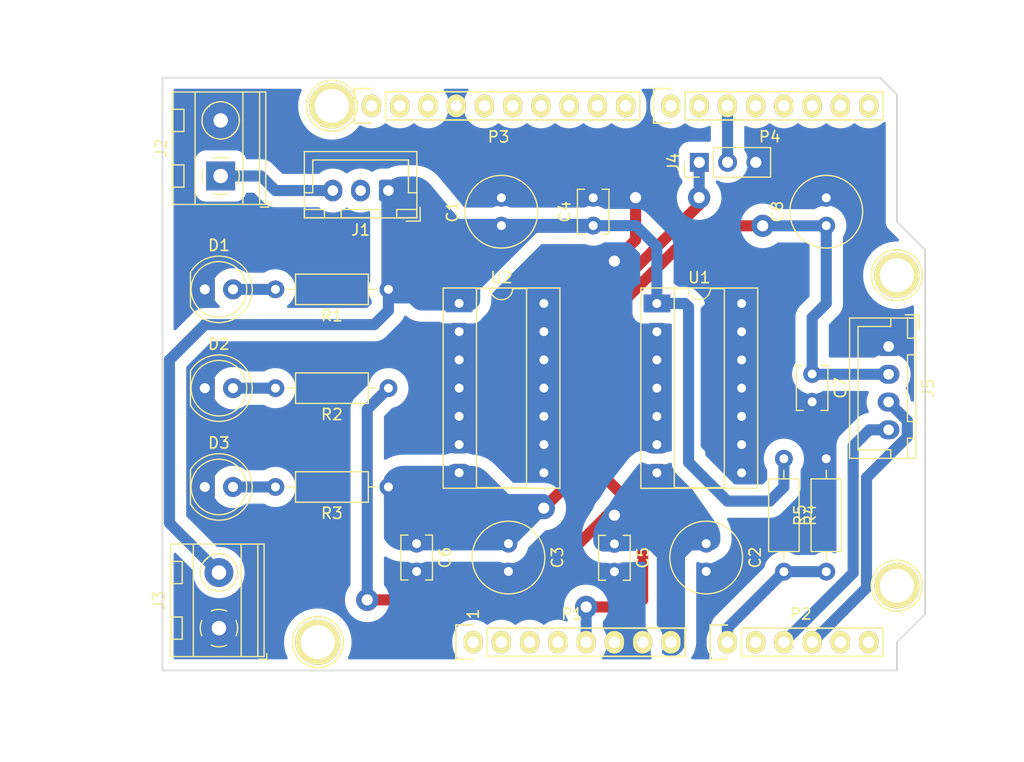
<source format=kicad_pcb>
(kicad_pcb (version 20211014) (generator pcbnew)
  (title_block (date "lun. 30 mars 2015"))
  (layers (0 "F.Cu" signal) (31 "B.Cu" signal) (34 "B.Paste" user) (35 "F.Paste" user) (36 "B.SilkS" user "B.Silkscreen") (37 "F.SilkS" user "F.Silkscreen") (38 "B.Mask" user) (39 "F.Mask" user) (44 "Edge.Cuts" user))
  (net 0 "")
  (net 1 "/IOREF")
  (net 2 "/Reset")
  (net 3 "+5V")
  (net 4 "GND")
  (net 5 "/Vin")
  (net 6 "/A0")
  (net 7 "/A1")
  (net 8 "/A2")
  (net 9 "/A3")
  (net 10 "/AREF")
  (net 11 "/A4(SDA)")
  (net 12 "/A5(SCL)")
  (net 13 "/9(**)")
  (net 14 "/8")
  (net 15 "/7")
  (net 16 "/6(**)")
  (net 17 "/5(**)")
  (net 18 "/4")
  (net 19 "/3(**)")
  (net 20 "/2")
  (net 21 "/1(Tx)")
  (net 22 "/0(Rx)")
  (net 24 "/11(**{slash}MOSI)")
  (net 25 "/10(**{slash}SS)")
  (net 27 "/13(SCK)")
  (net 30 "+3V3")
  (net 31 "/12(MISO)")
  (net 34 "Net-(J1-Pad3)")
  (net 35 "/Vmot")
  (net 36 "/Vservo")
  (net 37 "Net-(D1-Pad2)")
  (net 38 "Net-(D2-Pad2)")
  (net 39 "Net-(D3-Pad2)")
  (footprint "Socket_Arduino_Uno:Socket_Strip_Arduino_1x08" (layer "F.Cu") (at 138.938 123.825)
    (fp_text reference "P1" (at 8.89 -2.54) (layer "F.SilkS"))
    (fp_text value "Power")
    (fp_line (start 19.05 1.27) (end 19.05 -1.27) (layer "F.SilkS") (width 0.15))
    (fp_line (start 1.27 1.27) (end 19.05 1.27) (layer "F.SilkS") (width 0.15))
    (fp_line (start 19.05 -1.27) (end 1.27 -1.27) (layer "F.SilkS") (width 0.15))
    (fp_line (start 0 -1.55) (end -1.55 -1.55) (layer "F.SilkS") (width 0.15))
    (fp_line (start -1.55 -1.55) (end -1.55 1.55) (layer "F.SilkS") (width 0.15))
    (fp_line (start -1.55 1.55) (end 0 1.55) (layer "F.SilkS") (width 0.15))
    (fp_line (start 1.27 1.27) (end 1.27 -1.27) (layer "F.SilkS") (width 0.15))
    (pad "1" thru_hole oval locked (at 0 0) (size 1.7272 2.032) (drill 1.016) (layers *.Cu *.Mask "F.SilkS"))
    (pad "2" thru_hole oval locked (at 2.54 0) (size 1.7272 2.032) (drill 1.016) (layers *.Cu *.Mask "F.SilkS") (net 1 "/IOREF"))
    (pad "3" thru_hole oval locked (at 5.08 0) (size 1.7272 2.032) (drill 1.016) (layers *.Cu *.Mask "F.SilkS") (net 2 "/Reset"))
    (pad "4" thru_hole oval locked (at 7.62 0) (size 1.7272 2.032) (drill 1.016) (layers *.Cu *.Mask "F.SilkS") (net 30 "+3V3"))
    (pad "5" thru_hole oval locked (at 10.16 0) (size 1.7272 2.032) (drill 1.016) (layers *.Cu *.Mask "F.SilkS") (net 3 "+5V"))
    (pad "6" thru_hole oval locked (at 12.7 0) (size 1.7272 2.032) (drill 1.016) (layers *.Cu *.Mask "F.SilkS") (net 4 "GND"))
    (pad "7" thru_hole oval locked (at 15.24 0) (size 1.7272 2.032) (drill 1.016) (layers *.Cu *.Mask "F.SilkS") (net 4 "GND"))
    (pad "8" thru_hole oval locked (at 17.78 0) (size 1.7272 2.032) (drill 1.016) (layers *.Cu *.Mask "F.SilkS") (net 5 "/Vin"))
  )
  (footprint "Socket_Arduino_Uno:Socket_Strip_Arduino_1x06" (layer "F.Cu") (at 161.798 123.825)
    (fp_text reference "P2" (at 6.604 -2.54) (layer "F.SilkS"))
    (fp_text value "Analog")
    (fp_line (start 1.27 1.27) (end 1.27 -1.27) (layer "F.SilkS") (width 0.15))
    (fp_line (start 0 -1.55) (end -1.55 -1.55) (layer "F.SilkS") (width 0.15))
    (fp_line (start 13.97 -1.27) (end 1.27 -1.27) (layer "F.SilkS") (width 0.15))
    (fp_line (start 1.27 1.27) (end 13.97 1.27) (layer "F.SilkS") (width 0.15))
    (fp_line (start 13.97 1.27) (end 13.97 -1.27) (layer "F.SilkS") (width 0.15))
    (fp_line (start -1.55 -1.55) (end -1.55 1.55) (layer "F.SilkS") (width 0.15))
    (fp_line (start -1.55 1.55) (end 0 1.55) (layer "F.SilkS") (width 0.15))
    (pad "1" thru_hole oval locked (at 0 0) (size 1.7272 2.032) (drill 1.016) (layers *.Cu *.Mask "F.SilkS") (net 6 "/A0"))
    (pad "2" thru_hole oval locked (at 2.54 0) (size 1.7272 2.032) (drill 1.016) (layers *.Cu *.Mask "F.SilkS") (net 7 "/A1"))
    (pad "3" thru_hole oval locked (at 5.08 0) (size 1.7272 2.032) (drill 1.016) (layers *.Cu *.Mask "F.SilkS") (net 8 "/A2"))
    (pad "4" thru_hole oval locked (at 7.62 0) (size 1.7272 2.032) (drill 1.016) (layers *.Cu *.Mask "F.SilkS") (net 9 "/A3"))
    (pad "5" thru_hole oval locked (at 10.16 0) (size 1.7272 2.032) (drill 1.016) (layers *.Cu *.Mask "F.SilkS") (net 11 "/A4(SDA)"))
    (pad "6" thru_hole oval locked (at 12.7 0) (size 1.7272 2.032) (drill 1.016) (layers *.Cu *.Mask "F.SilkS") (net 12 "/A5(SCL)"))
  )
  (footprint "Socket_Arduino_Uno:Socket_Strip_Arduino_1x10" (layer "F.Cu") (at 129.794 75.565)
    (fp_text reference "P3" (at 11.43 2.794) (layer "F.SilkS"))
    (fp_text value "Digital")
    (fp_line (start -1.55 -1.55) (end -1.55 1.55) (layer "F.SilkS") (width 0.15))
    (fp_line (start 1.27 1.27) (end 24.13 1.27) (layer "F.SilkS") (width 0.15))
    (fp_line (start 24.13 1.27) (end 24.13 -1.27) (layer "F.SilkS") (width 0.15))
    (fp_line (start 24.13 -1.27) (end 1.27 -1.27) (layer "F.SilkS") (width 0.15))
    (fp_line (start 0 -1.55) (end -1.55 -1.55) (layer "F.SilkS") (width 0.15))
    (fp_line (start -1.55 1.55) (end 0 1.55) (layer "F.SilkS") (width 0.15))
    (fp_line (start 1.27 1.27) (end 1.27 -1.27) (layer "F.SilkS") (width 0.15))
    (pad "1" thru_hole oval locked (at 0 0) (size 1.7272 2.032) (drill 1.016) (layers *.Cu *.Mask "F.SilkS") (net 12 "/A5(SCL)"))
    (pad "2" thru_hole oval locked (at 2.54 0) (size 1.7272 2.032) (drill 1.016) (layers *.Cu *.Mask "F.SilkS") (net 11 "/A4(SDA)"))
    (pad "3" thru_hole oval locked (at 5.08 0) (size 1.7272 2.032) (drill 1.016) (layers *.Cu *.Mask "F.SilkS") (net 10 "/AREF"))
    (pad "4" thru_hole oval locked (at 7.62 0) (size 1.7272 2.032) (drill 1.016) (layers *.Cu *.Mask "F.SilkS") (net 4 "GND"))
    (pad "5" thru_hole oval locked (at 10.16 0) (size 1.7272 2.032) (drill 1.016) (layers *.Cu *.Mask "F.SilkS") (net 27 "/13(SCK)"))
    (pad "6" thru_hole oval locked (at 12.7 0) (size 1.7272 2.032) (drill 1.016) (layers *.Cu *.Mask "F.SilkS") (net 31 "/12(MISO)"))
    (pad "7" thru_hole oval locked (at 15.24 0) (size 1.7272 2.032) (drill 1.016) (layers *.Cu *.Mask "F.SilkS") (net 24 "/11(**{slash}MOSI)"))
    (pad "8" thru_hole oval locked (at 17.78 0) (size 1.7272 2.032) (drill 1.016) (layers *.Cu *.Mask "F.SilkS") (net 25 "/10(**{slash}SS)"))
    (pad "9" thru_hole oval locked (at 20.32 0) (size 1.7272 2.032) (drill 1.016) (layers *.Cu *.Mask "F.SilkS") (net 13 "/9(**)"))
    (pad "10" thru_hole oval locked (at 22.86 0) (size 1.7272 2.032) (drill 1.016) (layers *.Cu *.Mask "F.SilkS") (net 14 "/8"))
  )
  (footprint "Socket_Arduino_Uno:Socket_Strip_Arduino_1x08" (layer "F.Cu") (at 156.718 75.565)
    (fp_text reference "P4" (at 8.89 2.794) (layer "F.SilkS"))
    (fp_text value "Digital")
    (fp_line (start 19.05 -1.27) (end 1.27 -1.27) (layer "F.SilkS") (width 0.15))
    (fp_line (start -1.55 1.55) (end 0 1.55) (layer "F.SilkS") (width 0.15))
    (fp_line (start 1.27 1.27) (end 19.05 1.27) (layer "F.SilkS") (width 0.15))
    (fp_line (start 1.27 1.27) (end 1.27 -1.27) (layer "F.SilkS") (width 0.15))
    (fp_line (start 0 -1.55) (end -1.55 -1.55) (layer "F.SilkS") (width 0.15))
    (fp_line (start 19.05 1.27) (end 19.05 -1.27) (layer "F.SilkS") (width 0.15))
    (fp_line (start -1.55 -1.55) (end -1.55 1.55) (layer "F.SilkS") (width 0.15))
    (pad "1" thru_hole oval locked (at 0 0) (size 1.7272 2.032) (drill 1.016) (layers *.Cu *.Mask "F.SilkS") (net 15 "/7"))
    (pad "2" thru_hole oval locked (at 2.54 0) (size 1.7272 2.032) (drill 1.016) (layers *.Cu *.Mask "F.SilkS") (net 16 "/6(**)"))
    (pad "3" thru_hole oval locked (at 5.08 0) (size 1.7272 2.032) (drill 1.016) (layers *.Cu *.Mask "F.SilkS") (net 17 "/5(**)"))
    (pad "4" thru_hole oval locked (at 7.62 0) (size 1.7272 2.032) (drill 1.016) (layers *.Cu *.Mask "F.SilkS") (net 18 "/4"))
    (pad "5" thru_hole oval locked (at 10.16 0) (size 1.7272 2.032) (drill 1.016) (layers *.Cu *.Mask "F.SilkS") (net 19 "/3(**)"))
    (pad "6" thru_hole oval locked (at 12.7 0) (size 1.7272 2.032) (drill 1.016) (layers *.Cu *.Mask "F.SilkS") (net 20 "/2"))
    (pad "7" thru_hole oval locked (at 15.24 0) (size 1.7272 2.032) (drill 1.016) (layers *.Cu *.Mask "F.SilkS") (net 21 "/1(Tx)"))
    (pad "8" thru_hole oval locked (at 17.78 0) (size 1.7272 2.032) (drill 1.016) (layers *.Cu *.Mask "F.SilkS") (net 22 "/0(Rx)"))
  )
  (footprint "Socket_Arduino_Uno:Arduino_1pin" (layer "F.Cu") (at 124.968 123.825)
    (fp_text reference "P5" hide)
    (fp_text value "CONN_01X01" hide)
    (fp_circle (center 0 0) (end 0 -2.286) (layer "F.SilkS") (width 0.15) (fill none))
    (pad "1" thru_hole circle locked (at 0 0) (size 4.064 4.064) (drill 3.048) (layers *.Cu *.Mask "F.SilkS"))
  )
  (footprint "Socket_Arduino_Uno:Arduino_1pin" (layer "F.Cu") (at 177.038 118.745)
    (fp_text reference "P6" hide)
    (fp_text value "CONN_01X01" hide)
    (fp_circle (center 0 0) (end 0 -2.286) (layer "F.SilkS") (width 0.15) (fill none))
    (pad "1" thru_hole circle locked (at 0 0) (size 4.064 4.064) (drill 3.048) (layers *.Cu *.Mask "F.SilkS"))
  )
  (footprint "Socket_Arduino_Uno:Arduino_1pin" (layer "F.Cu") (at 126.238 75.565)
    (fp_text reference "P7" hide)
    (fp_text value "CONN_01X01" hide)
    (fp_circle (center 0 0) (end 0 -2.286) (layer "F.SilkS") (width 0.15) (fill none))
    (pad "1" thru_hole circle locked (at 0 0) (size 4.064 4.064) (drill 3.048) (layers *.Cu *.Mask "F.SilkS"))
  )
  (footprint "Socket_Arduino_Uno:Arduino_1pin" (layer "F.Cu") (at 177.038 90.805)
    (fp_text reference "P8" hide)
    (fp_text value "CONN_01X01" hide)
    (fp_circle (center 0 0) (end 0 -2.286) (layer "F.SilkS") (width 0.15) (fill none))
    (pad "1" thru_hole circle locked (at 0 0) (size 4.064 4.064) (drill 3.048) (layers *.Cu *.Mask "F.SilkS"))
  )
  (footprint "Resistor_THT:R_Axial_DIN0207_L6.3mm_D2.5mm_P10.16mm_Horizontal" (layer "F.Cu") (at 131.318 109.855 180)
    (fp_text reference "R3" (at 5.08 -2.37) (layer "F.SilkS"))
    (fp_text value "R")
    (fp_line (start 8.35 1.37) (end 8.35 -1.37) (layer "F.SilkS") (width 0.12))
    (fp_line (start 1.04 0) (end 1.81 0) (layer "F.SilkS") (width 0.12))
    (fp_line (start 8.35 -1.37) (end 1.81 -1.37) (layer "F.SilkS") (width 0.12))
    (fp_line (start 1.81 1.37) (end 8.35 1.37) (layer "F.SilkS") (width 0.12))
    (fp_line (start 1.81 -1.37) (end 1.81 1.37) (layer "F.SilkS") (width 0.12))
    (fp_line (start 9.12 0) (end 8.35 0) (layer "F.SilkS") (width 0.12))
    (pad "1" thru_hole circle (at 0 0 180) (size 1.6 1.6) (drill 0.8) (layers *.Cu *.Mask) (net 36 "/Vservo"))
    (pad "2" thru_hole oval (at 10.16 0 180) (size 1.6 1.6) (drill 0.8) (layers *.Cu *.Mask) (net 39 "Net-(D3-Pad2)"))
  )
  (footprint "Resistor_THT:R_Axial_DIN0207_L6.3mm_D2.5mm_P10.16mm_Horizontal" (layer "F.Cu") (at 166.878 107.315 -90)
    (fp_text reference "R4" (at 5.08 -2.37 90) (layer "F.SilkS"))
    (fp_text value "R")
    (fp_line (start 9.12 0) (end 8.35 0) (layer "F.SilkS") (width 0.12))
    (fp_line (start 8.35 1.37) (end 8.35 -1.37) (layer "F.SilkS") (width 0.12))
    (fp_line (start 1.81 -1.37) (end 1.81 1.37) (layer "F.SilkS") (width 0.12))
    (fp_line (start 1.81 1.37) (end 8.35 1.37) (layer "F.SilkS") (width 0.12))
    (fp_line (start 1.04 0) (end 1.81 0) (layer "F.SilkS") (width 0.12))
    (fp_line (start 8.35 -1.37) (end 1.81 -1.37) (layer "F.SilkS") (width 0.12))
    (pad "1" thru_hole circle (at 0 0 270) (size 1.6 1.6) (drill 0.8) (layers *.Cu *.Mask) (net 35 "/Vmot"))
    (pad "2" thru_hole oval (at 10.16 0 270) (size 1.6 1.6) (drill 0.8) (layers *.Cu *.Mask) (net 6 "/A0"))
  )
  (footprint "Capacitor_THT:C_Disc_D3.8mm_W2.6mm_P2.50mm" (layer "F.Cu") (at 169.418 99.695 -90)
    (fp_text reference "C7" (at 1.25 -2.55 90) (layer "F.SilkS"))
    (fp_text value "100nF")
    (fp_line (start -0.77 -1.42) (end 3.27 -1.42) (layer "F.SilkS") (width 0.12))
    (fp_line (start 3.27 -1.42) (end 3.27 -0.795) (layer "F.SilkS") (width 0.12))
    (fp_line (start -0.77 1.42) (end 3.27 1.42) (layer "F.SilkS") (width 0.12))
    (fp_line (start -0.77 -1.42) (end -0.77 -0.795) (layer "F.SilkS") (width 0.12))
    (fp_line (start 3.27 0.795) (end 3.27 1.42) (layer "F.SilkS") (width 0.12))
    (fp_line (start -0.77 0.795) (end -0.77 1.42) (layer "F.SilkS") (width 0.12))
    (pad "1" thru_hole circle (at 0 0 270) (size 1.6 1.6) (drill 0.8) (layers *.Cu *.Mask) (net 3 "+5V"))
    (pad "2" thru_hole circle (at 2.5 0 270) (size 1.6 1.6) (drill 0.8) (layers *.Cu *.Mask) (net 4 "GND"))
  )
  (footprint "Connector_JST:JST_XH_B3B-XH-A_1x03_P2.50mm_Vertical" (layer "F.Cu") (at 131.318 83.185 180)
    (fp_text reference "J1" (at 2.5 -3.55) (layer "F.SilkS"))
    (fp_text value "Conn_01x03_Male")
    (fp_line (start 4.25 -1.7) (end 4.25 -2.45) (layer "F.SilkS") (width 0.12))
    (fp_line (start 7.55 -1.7) (end 7.55 -2.45) (layer "F.SilkS") (width 0.12))
    (fp_line (start -1.6 -2.75) (end -2.85 -2.75) (layer "F.SilkS") (width 0.12))
    (fp_line (start 5.75 -2.45) (end 5.75 -1.7) (layer "F.SilkS") (width 0.12))
    (fp_line (start 7.56 -2.46) (end -2.56 -2.46) (layer "F.SilkS") (width 0.12))
    (fp_line (start -2.55 -1.7) (end -0.75 -1.7) (layer "F.SilkS") (width 0.12))
    (fp_line (start -2.85 -2.75) (end -2.85 -1.5) (layer "F.SilkS") (width 0.12))
    (fp_line (start 6.8 -0.2) (end 6.8 2.75) (layer "F.SilkS") (width 0.12))
    (fp_line (start 0.75 -1.7) (end 4.25 -1.7) (layer "F.SilkS") (width 0.12))
    (fp_line (start 7.55 -0.2) (end 6.8 -0.2) (layer "F.SilkS") (width 0.12))
    (fp_line (start -2.55 -2.45) (end -2.55 -1.7) (layer "F.SilkS") (width 0.12))
    (fp_line (start 5.75 -1.7) (end 7.55 -1.7) (layer "F.SilkS") (width 0.12))
    (fp_line (start -2.56 3.51) (end 7.56 3.51) (layer "F.SilkS") (width 0.12))
    (fp_line (start 4.25 -2.45) (end 0.75 -2.45) (layer "F.SilkS") (width 0.12))
    (fp_line (start 7.55 -2.45) (end 5.75 -2.45) (layer "F.SilkS") (width 0.12))
    (fp_line (start -2.55 -0.2) (end -1.8 -0.2) (layer "F.SilkS") (width 0.12))
    (fp_line (start -1.8 -0.2) (end -1.8 2.75) (layer "F.SilkS") (width 0.12))
    (fp_line (start 7.56 3.51) (end 7.56 -2.46) (layer "F.SilkS") (width 0.12))
    (fp_line (start 0.75 -2.45) (end 0.75 -1.7) (layer "F.SilkS") (width 0.12))
    (fp_line (start -2.56 -2.46) (end -2.56 3.51) (layer "F.SilkS") (width 0.12))
    (fp_line (start 6.8 2.75) (end 2.5 2.75) (layer "F.SilkS") (width 0.12))
    (fp_line (start -1.8 2.75) (end 2.5 2.75) (layer "F.SilkS") (width 0.12))
    (fp_line (start -0.75 -1.7) (end -0.75 -2.45) (layer "F.SilkS") (width 0.12))
    (fp_line (start -0.75 -2.45) (end -2.55 -2.45) (layer "F.SilkS") (width 0.12))
    (pad "1" thru_hole roundrect (at 0 0 180) (size 1.7 1.95) (drill 0.95) (layers *.Cu *.Mask) (roundrect_rratio 0.1470588235) (net 35 "/Vmot"))
    (pad "2" thru_hole oval (at 2.5 0 180) (size 1.7 1.95) (drill 0.95) (layers *.Cu *.Mask))
    (pad "3" thru_hole oval (at 5 0 180) (size 1.7 1.95) (drill 0.95) (layers *.Cu *.Mask) (net 34 "Net-(J1-Pad3)"))
  )
  (footprint "Resistor_THT:R_Axial_DIN0207_L6.3mm_D2.5mm_P10.16mm_Horizontal" (layer "F.Cu") (at 131.318 100.965 180)
    (fp_text reference "R2" (at 5.08 -2.37) (layer "F.SilkS"))
    (fp_text value "R")
    (fp_line (start 1.81 1.37) (end 8.35 1.37) (layer "F.SilkS") (width 0.12))
    (fp_line (start 9.12 0) (end 8.35 0) (layer "F.SilkS") (width 0.12))
    (fp_line (start 8.35 -1.37) (end 1.81 -1.37) (layer "F.SilkS") (width 0.12))
    (fp_line (start 1.04 0) (end 1.81 0) (layer "F.SilkS") (width 0.12))
    (fp_line (start 8.35 1.37) (end 8.35 -1.37) (layer "F.SilkS") (width 0.12))
    (fp_line (start 1.81 -1.37) (end 1.81 1.37) (layer "F.SilkS") (width 0.12))
    (pad "1" thru_hole circle (at 0 0 180) (size 1.6 1.6) (drill 0.8) (layers *.Cu *.Mask) (net 5 "/Vin"))
    (pad "2" thru_hole oval (at 10.16 0 180) (size 1.6 1.6) (drill 0.8) (layers *.Cu *.Mask) (net 38 "Net-(D2-Pad2)"))
  )
  (footprint "LED_THT:LED_D5.0mm" (layer "F.Cu") (at 114.808 100.965)
    (fp_text reference "D2" (at 1.27 -3.96) (layer "F.SilkS"))
    (fp_text value "LED")
    (fp_line (start -1.29 -1.545) (end -1.29 1.545) (layer "F.SilkS") (width 0.12))
    (fp_arc (start 4.26 -0.000462) (mid 2.072002 2.880433) (end -1.29 1.54483) (layer "F.SilkS") (width 0.12))
    (fp_arc (start -1.29 -1.54483) (mid 2.072002 -2.880433) (end 4.26 0.000462) (layer "F.SilkS") (width 0.12))
    (fp_circle (center 1.27 0) (end 3.77 0) (layer "F.SilkS") (width 0.12) (fill none))
    (pad "1" thru_hole rect (at 0 0) (size 1.8 1.8) (drill 0.9) (layers *.Cu *.Mask) (net 4 "GND"))
    (pad "2" thru_hole circle (at 2.54 0) (size 1.8 1.8) (drill 0.9) (layers *.Cu *.Mask) (net 38 "Net-(D2-Pad2)"))
  )
  (footprint "Capacitor_THT:C_Radial_D6.3mm_H11.0mm_P2.50mm" (layer "F.Cu") (at 142.113 114.955 -90)
    (fp_text reference "C3" (at 1.25 -4.4 90) (layer "F.SilkS"))
    (fp_text value "470uF")
    (fp_circle (center 1.25 0) (end 4.52 0) (layer "F.SilkS") (width 0.12) (fill none))
    (pad "1" thru_hole circle (at 0 0 270) (size 1.6 1.6) (drill 0.8) (layers *.Cu *.Mask) (net 36 "/Vservo"))
    (pad "2" thru_hole circle (at 2.5 0 270) (size 1.6 1.6) (drill 0.8) (layers *.Cu *.Mask) (net 4 "GND"))
  )
  (footprint "TerminalBlock_MetzConnect:TerminalBlock_MetzConnect_Type094_RT03502HBLU_1x02_P5.00mm_Horizontal" (layer "F.Cu") (at 116.078 122.555 90)
    (fp_text reference "J3" (at 2.5 -5.36 90) (layer "F.SilkS"))
    (fp_text value "Screw_Terminal_01x02")
    (fp_line (start 3.773 1.023) (end 3.726 1.069) (layer "F.SilkS") (width 0.12))
    (fp_line (start -2.8 3.56) (end -2.8 4.3) (layer "F.SilkS") (width 0.12))
    (fp_line (start 6.07 -1.275) (end 6.035 -1.239) (layer "F.SilkS") (width 0.12))
    (fp_line (start -1 -4.3) (end 1 -4.3) (layer "F.SilkS") (width 0.12))
    (fp_line (start 7.56 -4.36) (end 7.56 4.06) (layer "F.SilkS") (width 0.12))
    (fp_line (start -1 -4.3) (end -1 -3.3) (layer "F.SilkS") (width 0.12))
    (fp_line (start -2.8 4.3) (end -2.3 4.3) (layer "F.SilkS") (width 0.12))
    (fp_line (start -2.56 -2.301) (end 7.56 -2.301) (layer "F.SilkS") (width 0.12))
    (fp_line (start -2.56 3.5) (end 7.56 3.5) (layer "F.SilkS") (width 0.12))
    (fp_line (start -2.56 2) (end 7.56 2) (layer "F.SilkS") (width 0.12))
    (fp_line (start -1 -3.3) (end 1 -3.3) (layer "F.SilkS") (width 0.12))
    (fp_line (start -2.56 -4.36) (end 7.56 -4.36) (layer "F.SilkS") (width 0.12))
    (fp_line (start -2.56 4.06) (end 7.56 4.06) (layer "F.SilkS") (width 0.12))
    (fp_line (start 4 -4.3) (end 4 -3.3) (layer "F.SilkS") (width 0.12))
    (fp_line (start 6 -4.3) (end 6 -3.3) (layer "F.SilkS") (width 0.12))
    (fp_line (start 3.966 1.239) (end 3.931 1.274) (layer "F.SilkS") (width 0.12))
    (fp_line (start 4 -4.3) (end 6 -4.3) (layer "F.SilkS") (width 0.12))
    (fp_line (start -2.56 -4.36) (end -2.56 4.06) (layer "F.SilkS") (width 0.12))
    (fp_line (start 6.275 -1.069) (end 6.228 -1.023) (layer "F.SilkS") (width 0.12))
    (fp_line (start 1 -4.3) (end 1 -3.3) (layer "F.SilkS") (width 0.12))
    (fp_line (start 4 -3.3) (end 6 -3.3) (layer "F.SilkS") (width 0.12))
    (fp_arc (start 0.683318 1.534756) (mid 0.349292 1.643288) (end 0 1.68) (layer "F.SilkS") (width 0.12))
    (fp_arc (start 1.535427 -0.683042) (mid 1.680501 0.000524) (end 1.535 0.684) (layer "F.SilkS") (width 0.12))
    (fp_arc (start -1.535427 0.683042) (mid -1.680501 -0.000524) (end -1.535 -0.684) (layer "F.SilkS") (width 0.12))
    (fp_arc (start 0.028805 1.680253) (mid -0.335551 1.646659) (end -0.684 1.535) (layer "F.SilkS") (width 0.12))
    (fp_arc (start -0.683042 -1.535427) (mid 0.000524 -1.680501) (end 0.684 -1.535) (layer "F.SilkS") (width 0.12))
    (fp_circle (center 5 0) (end 6.68 0) (layer "F.SilkS") (width 0.12) (fill none))
    (pad "1" thru_hole rect (at 0 0 90) (size 2.6 2.6) (drill 1.3) (layers *.Cu *.Mask) (net 4 "GND"))
    (pad "2" thru_hole circle (at 5 0 90) (size 2.6 2.6) (drill 1.3) (layers *.Cu *.Mask) (net 35 "/Vmot"))
  )
  (footprint "Capacitor_THT:C_Radial_D6.3mm_H11.0mm_P2.50mm" (layer "F.Cu") (at 170.688 86.34 90)
    (fp_text reference "C8" (at 1.25 -4.4 90) (layer "F.SilkS"))
    (fp_text value "470uF")
    (fp_circle (center 1.25 0) (end 4.52 0) (layer "F.SilkS") (width 0.12) (fill none))
    (pad "1" thru_hole circle (at 0 0 90) (size 1.6 1.6) (drill 0.8) (layers *.Cu *.Mask) (net 3 "+5V"))
    (pad "2" thru_hole circle (at 2.5 0 90) (size 1.6 1.6) (drill 0.8) (layers *.Cu *.Mask) (net 4 "GND"))
  )
  (footprint "Resistor_THT:R_Axial_DIN0207_L6.3mm_D2.5mm_P10.16mm_Horizontal" (layer "F.Cu") (at 131.318 92.075 180)
    (fp_text reference "R1" (at 5.08 -2.37) (layer "F.SilkS"))
    (fp_text value "R")
    (fp_line (start 8.35 -1.37) (end 1.81 -1.37) (layer "F.SilkS") (width 0.12))
    (fp_line (start 1.04 0) (end 1.81 0) (layer "F.SilkS") (width 0.12))
    (fp_line (start 8.35 1.37) (end 8.35 -1.37) (layer "F.SilkS") (width 0.12))
    (fp_line (start 1.81 1.37) (end 8.35 1.37) (layer "F.SilkS") (width 0.12))
    (fp_line (start 9.12 0) (end 8.35 0) (layer "F.SilkS") (width 0.12))
    (fp_line (start 1.81 -1.37) (end 1.81 1.37) (layer "F.SilkS") (width 0.12))
    (pad "1" thru_hole circle (at 0 0 180) (size 1.6 1.6) (drill 0.8) (layers *.Cu *.Mask) (net 35 "/Vmot"))
    (pad "2" thru_hole oval (at 10.16 0 180) (size 1.6 1.6) (drill 0.8) (layers *.Cu *.Mask) (net 37 "Net-(D1-Pad2)"))
  )
  (footprint "Package_DIP:DIP-14_W7.62mm_Socket_LongPads" (layer "F.Cu") (at 155.458 93.345)
    (fp_text reference "U1" (at 3.81 -2.33) (layer "F.SilkS"))
    (fp_text value "mini360")
    (fp_line (start 1.56 16.57) (end 6.06 16.57) (layer "F.SilkS") (width 0.12))
    (fp_line (start -1.44 16.63) (end 9.06 16.63) (layer "F.SilkS") (width 0.12))
    (fp_line (start 6.06 16.57) (end 6.06 -1.33) (layer "F.SilkS") (width 0.12))
    (fp_line (start 9.06 -1.39) (end -1.44 -1.39) (layer "F.SilkS") (width 0.12))
    (fp_line (start 1.56 -1.33) (end 1.56 16.57) (layer "F.SilkS") (width 0.12))
    (fp_line (start -1.44 -1.39) (end -1.44 16.63) (layer "F.SilkS") (width 0.12))
    (fp_line (start 6.06 -1.33) (end 4.81 -1.33) (layer "F.SilkS") (width 0.12))
    (fp_line (start 9.06 16.63) (end 9.06 -1.39) (layer "F.SilkS") (width 0.12))
    (fp_line (start 2.81 -1.33) (end 1.56 -1.33) (layer "F.SilkS") (width 0.12))
    (fp_arc (start 4.81 -1.33) (mid 3.81 -0.33) (end 2.81 -1.33) (layer "F.SilkS") (width 0.12))
    (pad "1" thru_hole rect (at 0 0) (size 2.4 1.6) (drill 0.8) (layers *.Cu *.Mask) (net 35 "/Vmot"))
    (pad "2" thru_hole oval (at 0 2.54) (size 2.4 1.6) (drill 0.8) (layers *.Cu *.Mask) (net 4 "GND"))
    (pad "3" thru_hole oval (at 0 5.08) (size 2.4 1.6) (drill 0.8) (layers *.Cu *.Mask) (net 4 "GND"))
    (pad "4" thru_hole oval (at 0 7.62) (size 2.4 1.6) (drill 0.8) (layers *.Cu *.Mask) (net 4 "GND"))
    (pad "5" thru_hole oval (at 0 10.16) (size 2.4 1.6) (drill 0.8) (layers *.Cu *.Mask) (net 4 "GND"))
    (pad "6" thru_hole oval (at 0 12.7) (size 2.4 1.6) (drill 0.8) (layers *.Cu *.Mask) (net 4 "GND"))
    (pad "7" thru_hole oval (at 0 15.24) (size 2.4 1.6) (drill 0.8) (layers *.Cu *.Mask) (net 5 "/Vin"))
    (pad "8" thru_hole oval (at 7.62 15.24) (size 2.4 1.6) (drill 0.8) (layers *.Cu *.Mask) (net 4 "GND"))
    (pad "9" thru_hole oval (at 7.62 12.7) (size 2.4 1.6) (drill 0.8) (layers *.Cu *.Mask) (net 4 "GND"))
    (pad "10" thru_hole oval (at 7.62 10.16) (size 2.4 1.6) (drill 0.8) (layers *.Cu *.Mask) (net 4 "GND"))
    (pad "11" thru_hole oval (at 7.62 7.62) (size 2.4 1.6) (drill 0.8) (layers *.Cu *.Mask) (net 4 "GND"))
    (pad "12" thru_hole oval (at 7.62 5.08) (size 2.4 1.6) (drill 0.8) (layers *.Cu *.Mask) (net 4 "GND"))
    (pad "13" thru_hole oval (at 7.62 2.54) (size 2.4 1.6) (drill 0.8) (layers *.Cu *.Mask) (net 4 "GND"))
    (pad "14" thru_hole oval (at 7.62 0) (size 2.4 1.6) (drill 0.8) (layers *.Cu *.Mask) (net 4 "GND"))
  )
  (footprint "Resistor_THT:R_Axial_DIN0207_L6.3mm_D2.5mm_P10.16mm_Horizontal" (layer "F.Cu") (at 170.688 117.475 90)
    (fp_text reference "R5" (at 5.08 -2.37 90) (layer "F.SilkS"))
    (fp_text value "R")
    (fp_line (start 1.81 -1.37) (end 1.81 1.37) (layer "F.SilkS") (width 0.12))
    (fp_line (start 8.35 -1.37) (end 1.81 -1.37) (layer "F.SilkS") (width 0.12))
    (fp_line (start 9.12 0) (end 8.35 0) (layer "F.SilkS") (width 0.12))
    (fp_line (start 1.04 0) (end 1.81 0) (layer "F.SilkS") (width 0.12))
    (fp_line (start 8.35 1.37) (end 8.35 -1.37) (layer "F.SilkS") (width 0.12))
    (fp_line (start 1.81 1.37) (end 8.35 1.37) (layer "F.SilkS") (width 0.12))
    (pad "1" thru_hole circle (at 0 0 90) (size 1.6 1.6) (drill 0.8) (layers *.Cu *.Mask) (net 6 "/A0"))
    (pad "2" thru_hole oval (at 10.16 0 90) (size 1.6 1.6) (drill 0.8) (layers *.Cu *.Mask) (net 4 "GND"))
  )
  (footprint "Connector_PinHeader_2.54mm:PinHeader_1x03_P2.54mm_Vertical" (layer "F.Cu") (at 159.273 80.645 90)
    (fp_text reference "J4" (at 0 -2.33 90) (layer "F.SilkS"))
    (fp_text value "Conn_01x03_Male")
    (fp_line (start -1.33 1.27) (end -1.33 6.41) (layer "F.SilkS") (width 0.12))
    (fp_line (start -1.33 6.41) (end 1.33 6.41) (layer "F.SilkS") (width 0.12))
    (fp_line (start -1.33 1.27) (end 1.33 1.27) (layer "F.SilkS") (width 0.12))
    (fp_line (start -1.33 -1.33) (end 0 -1.33) (layer "F.SilkS") (width 0.12))
    (fp_line (start -1.33 0) (end -1.33 -1.33) (layer "F.SilkS") (width 0.12))
    (fp_line (start 1.33 1.27) (end 1.33 6.41) (layer "F.SilkS") (width 0.12))
    (pad "1" thru_hole rect (at 0 0 90) (size 1.7 1.7) (drill 1) (layers *.Cu *.Mask) (net 36 "/Vservo"))
    (pad "2" thru_hole oval (at 0 2.54 90) (size 1.7 1.7) (drill 1) (layers *.Cu *.Mask) (net 17 "/5(**)"))
    (pad "3" thru_hole oval (at 0 5.08 90) (size 1.7 1.7) (drill 1) (layers *.Cu *.Mask) (net 4 "GND"))
  )
  (footprint "TerminalBlock_MetzConnect:TerminalBlock_MetzConnect_Type094_RT03502HBLU_1x02_P5.00mm_Horizontal" (layer "F.Cu") (at 116.233 81.875 90)
    (fp_text reference "J2" (at 2.5 -5.36 90) (layer "F.SilkS"))
    (fp_text value "Screw_Terminal_01x02")
    (fp_line (start -1 -4.3) (end 1 -4.3) (layer "F.SilkS") (width 0.12))
    (fp_line (start -2.56 -4.36) (end 7.56 -4.36) (layer "F.SilkS") (width 0.12))
    (fp_line (start -2.56 3.5) (end 7.56 3.5) (layer "F.SilkS") (width 0.12))
    (fp_line (start -2.56 -4.36) (end -2.56 4.06) (layer "F.SilkS") (width 0.12))
    (fp_line (start -1 -3.3) (end 1 -3.3) (layer "F.SilkS") (width 0.12))
    (fp_line (start 6 -4.3) (end 6 -3.3) (layer "F.SilkS") (width 0.12))
    (fp_line (start 3.773 1.023) (end 3.726 1.069) (layer "F.SilkS") (width 0.12))
    (fp_line (start -2.8 3.56) (end -2.8 4.3) (layer "F.SilkS") (width 0.12))
    (fp_line (start 7.56 -4.36) (end 7.56 4.06) (layer "F.SilkS") (width 0.12))
    (fp_line (start 3.966 1.239) (end 3.931 1.274) (layer "F.SilkS") (width 0.12))
    (fp_line (start 6.07 -1.275) (end 6.035 -1.239) (layer "F.SilkS") (width 0.12))
    (fp_line (start -1 -4.3) (end -1 -3.3) (layer "F.SilkS") (width 0.12))
    (fp_line (start -2.56 2) (end 7.56 2) (layer "F.SilkS") (width 0.12))
    (fp_line (start -2.8 4.3) (end -2.3 4.3) (layer "F.SilkS") (width 0.12))
    (fp_line (start 6.275 -1.069) (end 6.228 -1.023) (layer "F.SilkS") (width 0.12))
    (fp_line (start 4 -3.3) (end 6 -3.3) (layer "F.SilkS") (width 0.12))
    (fp_line (start 4 -4.3) (end 4 -3.3) (layer "F.SilkS") (width 0.12))
    (fp_line (start 4 -4.3) (end 6 -4.3) (layer "F.SilkS") (width 0.12))
    (fp_line (start 1 -4.3) (end 1 -3.3) (layer "F.SilkS") (width 0.12))
    (fp_line (start -2.56 -2.301) (end 7.56 -2.301) (layer "F.SilkS") (width 0.12))
    (fp_line (start -2.56 4.06) (end 7.56 4.06) (layer "F.SilkS") (width 0.12))
    (fp_arc (start 1.535427 -0.683042) (mid 1.680501 0.000524) (end 1.535 0.684) (layer "F.SilkS") (width 0.12))
    (fp_arc (start 0.028805 1.680253) (mid -0.335551 1.646659) (end -0.684 1.535) (layer "F.SilkS") (width 0.12))
    (fp_arc (start 0.683318 1.534756) (mid 0.349292 1.643288) (end 0 1.68) (layer "F.SilkS") (width 0.12))
    (fp_arc (start -0.683042 -1.535427) (mid 0.000524 -1.680501) (end 0.684 -1.535) (layer "F.SilkS") (width 0.12))
    (fp_arc (start -1.535427 0.683042) (mid -1.680501 -0.000524) (end -1.535 -0.684) (layer "F.SilkS") (width 0.12))
    (fp_circle (center 5 0) (end 6.68 0) (layer "F.SilkS") (width 0.12) (fill none))
    (pad "1" thru_hole rect (at 0 0 90) (size 2.6 2.6) (drill 1.3) (layers *.Cu *.Mask) (net 34 "Net-(J1-Pad3)"))
    (pad "2" thru_hole circle (at 5 0 90) (size 2.6 2.6) (drill 1.3) (layers *.Cu *.Mask) (net 4 "GND"))
  )
  (footprint "Capacitor_THT:C_Disc_D3.8mm_W2.6mm_P2.50mm" (layer "F.Cu") (at 149.733 86.34 90)
    (fp_text reference "C4" (at 1.25 -2.55 90) (layer "F.SilkS"))
    (fp_text value "100nF")
    (fp_line (start -0.77 -1.42) (end 3.27 -1.42) (layer "F.SilkS") (width 0.12))
    (fp_line (start -0.77 -1.42) (end -0.77 -0.795) (layer "F.SilkS") (width 0.12))
    (fp_line (start -0.77 0.795) (end -0.77 1.42) (layer "F.SilkS") (width 0.12))
    (fp_line (start 3.27 -1.42) (end 3.27 -0.795) (layer "F.SilkS") (width 0.12))
    (fp_line (start -0.77 1.42) (end 3.27 1.42) (layer "F.SilkS") (width 0.12))
    (fp_line (start 3.27 0.795) (end 3.27 1.42) (layer "F.SilkS") (width 0.12))
    (pad "1" thru_hole circle (at 0 0 90) (size 1.6 1.6) (drill 0.8) (layers *.Cu *.Mask) (net 35 "/Vmot"))
    (pad "2" thru_hole circle (at 2.5 0 90) (size 1.6 1.6) (drill 0.8) (layers *.Cu *.Mask) (net 4 "GND"))
  )
  (footprint "Capacitor_THT:C_Disc_D3.8mm_W2.6mm_P2.50mm" (layer "F.Cu") (at 133.858 114.955 -90)
    (fp_text reference "C6" (at 1.25 -2.55 90) (layer "F.SilkS"))
    (fp_text value "100nF")
    (fp_line (start -0.77 0.795) (end -0.77 1.42) (layer "F.SilkS") (width 0.12))
    (fp_line (start 3.27 0.795) (end 3.27 1.42) (layer "F.SilkS") (width 0.12))
    (fp_line (start -0.77 -1.42) (end -0.77 -0.795) (layer "F.SilkS") (width 0.12))
    (fp_line (start 3.27 -1.42) (end 3.27 -0.795) (layer "F.SilkS") (width 0.12))
    (fp_line (start -0.77 -1.42) (end 3.27 -1.42) (layer "F.SilkS") (width 0.12))
    (fp_line (start -0.77 1.42) (end 3.27 1.42) (layer "F.SilkS") (width 0.12))
    (pad "1" thru_hole circle (at 0 0 270) (size 1.6 1.6) (drill 0.8) (layers *.Cu *.Mask) (net 36 "/Vservo"))
    (pad "2" thru_hole circle (at 2.5 0 270) (size 1.6 1.6) (drill 0.8) (layers *.Cu *.Mask) (net 4 "GND"))
  )
  (footprint "Capacitor_THT:C_Radial_D6.3mm_H11.0mm_P2.50mm" (layer "F.Cu") (at 159.893 114.955 -90)
    (fp_text reference "C2" (at 1.25 -4.4 90) (layer "F.SilkS"))
    (fp_text value "470uF")
    (fp_circle (center 1.25 0) (end 4.52 0) (layer "F.SilkS") (width 0.12) (fill none))
    (pad "1" thru_hole circle (at 0 0 270) (size 1.6 1.6) (drill 0.8) (layers *.Cu *.Mask) (net 5 "/Vin"))
    (pad "2" thru_hole circle (at 2.5 0 270) (size 1.6 1.6) (drill 0.8) (layers *.Cu *.Mask) (net 4 "GND"))
  )
  (footprint "Capacitor_THT:C_Disc_D3.8mm_W2.6mm_P2.50mm" (layer "F.Cu") (at 151.638 114.975 -90)
    (fp_text reference "C5" (at 1.25 -2.55 90) (layer "F.SilkS"))
    (fp_text value "100nF")
    (fp_line (start -0.77 -1.42) (end 3.27 -1.42) (layer "F.SilkS") (width 0.12))
    (fp_line (start -0.77 0.795) (end -0.77 1.42) (layer "F.SilkS") (width 0.12))
    (fp_line (start -0.77 -1.42) (end -0.77 -0.795) (layer "F.SilkS") (width 0.12))
    (fp_line (start 3.27 -1.42) (end 3.27 -0.795) (layer "F.SilkS") (width 0.12))
    (fp_line (start -0.77 1.42) (end 3.27 1.42) (layer "F.SilkS") (width 0.12))
    (fp_line (start 3.27 0.795) (end 3.27 1.42) (layer "F.SilkS") (width 0.12))
    (pad "1" thru_hole circle (at 0 0 270) (size 1.6 1.6) (drill 0.8) (layers *.Cu *.Mask) (net 5 "/Vin"))
    (pad "2" thru_hole circle (at 2.5 0 270) (size 1.6 1.6) (drill 0.8) (layers *.Cu *.Mask) (net 4 "GND"))
  )
  (footprint "Connector_JST:JST_XH_B4B-XH-A_1x04_P2.50mm_Vertical" (layer "F.Cu") (at 176.293 97.215 -90)
    (fp_text reference "J5" (at 3.75 -3.55 90) (layer "F.SilkS"))
    (fp_text value "Conn_01x04_Male")
    (fp_line (start 9.3 2.75) (end 3.75 2.75) (layer "F.SilkS") (width 0.12))
    (fp_line (start 8.25 -1.7) (end 10.05 -1.7) (layer "F.SilkS") (width 0.12))
    (fp_line (start 0.75 -2.45) (end 0.75 -1.7) (layer "F.SilkS") (width 0.12))
    (fp_line (start 10.06 3.51) (end 10.06 -2.46) (layer "F.SilkS") (width 0.12))
    (fp_line (start 10.05 -1.7) (end 10.05 -2.45) (layer "F.SilkS") (width 0.12))
    (fp_line (start 0.75 -1.7) (end 6.75 -1.7) (layer "F.SilkS") (width 0.12))
    (fp_line (start 10.05 -2.45) (end 8.25 -2.45) (layer "F.SilkS") (width 0.12))
    (fp_line (start 8.25 -2.45) (end 8.25 -1.7) (layer "F.SilkS") (width 0.12))
    (fp_line (start -1.8 -0.2) (end -1.8 2.75) (layer "F.SilkS") (width 0.12))
    (fp_line (start -2.55 -1.7) (end -0.75 -1.7) (layer "F.SilkS") (width 0.12))
    (fp_line (start -0.75 -1.7) (end -0.75 -2.45) (layer "F.SilkS") (width 0.12))
    (fp_line (start -1.6 -2.75) (end -2.85 -2.75) (layer "F.SilkS") (width 0.12))
    (fp_line (start -2.55 -0.2) (end -1.8 -0.2) (layer "F.SilkS") (width 0.12))
    (fp_line (start -2.85 -2.75) (end -2.85 -1.5) (layer "F.SilkS") (width 0.12))
    (fp_line (start 10.06 -2.46) (end -2.56 -2.46) (layer "F.SilkS") (width 0.12))
    (fp_line (start 10.05 -0.2) (end 9.3 -0.2) (layer "F.SilkS") (width 0.12))
    (fp_line (start -2.56 3.51) (end 10.06 3.51) (layer "F.SilkS") (width 0.12))
    (fp_line (start -0.75 -2.45) (end -2.55 -2.45) (layer "F.SilkS") (width 0.12))
    (fp_line (start -1.8 2.75) (end 3.75 2.75) (layer "F.SilkS") (width 0.12))
    (fp_line (start 6.75 -1.7) (end 6.75 -2.45) (layer "F.SilkS") (width 0.12))
    (fp_line (start -2.56 -2.46) (end -2.56 3.51) (layer "F.SilkS") (width 0.12))
    (fp_line (start -2.55 -2.45) (end -2.55 -1.7) (layer "F.SilkS") (width 0.12))
    (fp_line (start 6.75 -2.45) (end 0.75 -2.45) (layer "F.SilkS") (width 0.12))
    (fp_line (start 9.3 -0.2) (end 9.3 2.75) (layer "F.SilkS") (width 0.12))
    (pad "1" thru_hole roundrect (at 0 0 270) (size 1.7 1.95) (drill 0.95) (layers *.Cu *.Mask) (roundrect_rratio 0.1470588235) (net 4 "GND"))
    (pad "2" thru_hole oval (at 2.5 0 270) (size 1.7 1.95) (drill 0.95) (layers *.Cu *.Mask) (net 3 "+5V"))
    (pad "3" thru_hole oval (at 5 0 270) (size 1.7 1.95) (drill 0.95) (layers *.Cu *.Mask) (net 9 "/A3"))
    (pad "4" thru_hole oval (at 7.5 0 270) (size 1.7 1.95) (drill 0.95) (layers *.Cu *.Mask) (net 8 "/A2"))
  )
  (footprint "LED_THT:LED_D5.0mm" (layer "F.Cu") (at 114.808 92.075)
    (fp_text reference "D1" (at 1.27 -3.96) (layer "F.SilkS"))
    (fp_text value "LED")
    (fp_line (start -1.29 -1.545) (end -1.29 1.545) (layer "F.SilkS") (width 0.12))
    (fp_arc (start 4.26 -0.000462) (mid 2.072002 2.880433) (end -1.29 1.54483) (layer "F.SilkS") (width 0.12))
    (fp_arc (start -1.29 -1.54483) (mid 2.072002 -2.880433) (end 4.26 0.000462) (layer "F.SilkS") (width 0.12))
    (fp_circle (center 1.27 0) (end 3.77 0) (layer "F.SilkS") (width 0.12) (fill none))
    (pad "1" thru_hole rect (at 0 0) (size 1.8 1.8) (drill 0.9) (layers *.Cu *.Mask) (net 4 "GND"))
    (pad "2" thru_hole circle (at 2.54 0) (size 1.8 1.8) (drill 0.9) (layers *.Cu *.Mask) (net 37 "Net-(D1-Pad2)"))
  )
  (footprint "Capacitor_THT:C_Radial_D6.3mm_H11.0mm_P2.50mm" (layer "F.Cu") (at 141.478 86.34 90)
    (fp_text reference "C1" (at 1.25 -4.4 90) (layer "F.SilkS"))
    (fp_text value "470uF")
    (fp_circle (center 1.25 0) (end 4.52 0) (layer "F.SilkS") (width 0.12) (fill none))
    (pad "1" thru_hole circle (at 0 0 90) (size 1.6 1.6) (drill 0.8) (layers *.Cu *.Mask) (net 35 "/Vmot"))
    (pad "2" thru_hole circle (at 2.5 0 90) (size 1.6 1.6) (drill 0.8) (layers *.Cu *.Mask) (net 4 "GND"))
  )
  (footprint "Package_DIP:DIP-14_W7.62mm_Socket_LongPads" (layer "F.Cu") (at 137.678 93.34)
    (fp_text reference "U2" (at 3.81 -2.33) (layer "F.SilkS"))
    (fp_text value "mini360")
    (fp_line (start 2.81 -1.33) (end 1.56 -1.33) (layer "F.SilkS") (width 0.12))
    (fp_line (start 6.06 16.57) (end 6.06 -1.33) (layer "F.SilkS") (width 0.12))
    (fp_line (start 6.06 -1.33) (end 4.81 -1.33) (layer "F.SilkS") (width 0.12))
    (fp_line (start 9.06 -1.39) (end -1.44 -1.39) (layer "F.SilkS") (width 0.12))
    (fp_line (start -1.44 -1.39) (end -1.44 16.63) (layer "F.SilkS") (width 0.12))
    (fp_line (start 1.56 16.57) (end 6.06 16.57) (layer "F.SilkS") (width 0.12))
    (fp_line (start -1.44 16.63) (end 9.06 16.63) (layer "F.SilkS") (width 0.12))
    (fp_line (start 9.06 16.63) (end 9.06 -1.39) (layer "F.SilkS") (width 0.12))
    (fp_line (start 1.56 -1.33) (end 1.56 16.57) (layer "F.SilkS") (width 0.12))
    (fp_arc (start 4.81 -1.33) (mid 3.81 -0.33) (end 2.81 -1.33) (layer "F.SilkS") (width 0.12))
    (pad "1" thru_hole rect (at 0 0) (size 2.4 1.6) (drill 0.8) (layers *.Cu *.Mask) (net 35 "/Vmot"))
    (pad "2" thru_hole oval (at 0 2.54) (size 2.4 1.6) (drill 0.8) (layers *.Cu *.Mask) (net 4 "GND"))
    (pad "3" thru_hole oval (at 0 5.08) (size 2.4 1.6) (drill 0.8) (layers *.Cu *.Mask) (net 4 "GND"))
    (pad "4" thru_hole oval (at 0 7.62) (size 2.4 1.6) (drill 0.8) (layers *.Cu *.Mask) (net 4 "GND"))
    (pad "5" thru_hole oval (at 0 10.16) (size 2.4 1.6) (drill 0.8) (layers *.Cu *.Mask) (net 4 "GND"))
    (pad "6" thru_hole oval (at 0 12.7) (size 2.4 1.6) (drill 0.8) (layers *.Cu *.Mask) (net 4 "GND"))
    (pad "7" thru_hole oval (at 0 15.24) (size 2.4 1.6) (drill 0.8) (layers *.Cu *.Mask) (net 36 "/Vservo"))
    (pad "8" thru_hole oval (at 7.62 15.24) (size 2.4 1.6) (drill 0.8) (layers *.Cu *.Mask) (net 4 "GND"))
    (pad "9" thru_hole oval (at 7.62 12.7) (size 2.4 1.6) (drill 0.8) (layers *.Cu *.Mask) (net 4 "GND"))
    (pad "10" thru_hole oval (at 7.62 10.16) (size 2.4 1.6) (drill 0.8) (layers *.Cu *.Mask) (net 4 "GND"))
    (pad "11" thru_hole oval (at 7.62 7.62) (size 2.4 1.6) (drill 0.8) (layers *.Cu *.Mask) (net 4 "GND"))
    (pad "12" thru_hole oval (at 7.62 5.08) (size 2.4 1.6) (drill 0.8) (layers *.Cu *.Mask) (net 4 "GND"))
    (pad "13" thru_hole oval (at 7.62 2.54) (size 2.4 1.6) (drill 0.8) (layers *.Cu *.Mask) (net 4 "GND"))
    (pad "14" thru_hole oval (at 7.62 0) (size 2.4 1.6) (drill 0.8) (layers *.Cu *.Mask) (net 4 "GND"))
  )
  (footprint "LED_THT:LED_D5.0mm" (layer "F.Cu") (at 114.808 109.855)
    (fp_text reference "D3" (at 1.27 -3.96) (layer "F.SilkS"))
    (fp_text value "LED")
    (fp_line (start -1.29 -1.545) (end -1.29 1.545) (layer "F.SilkS") (width 0.12))
    (fp_arc (start -1.29 -1.54483) (mid 2.072002 -2.880433) (end 4.26 0.000462) (layer "F.SilkS") (width 0.12))
    (fp_arc (start 4.26 -0.000462) (mid 2.072002 2.880433) (end -1.29 1.54483) (layer "F.SilkS") (width 0.12))
    (fp_circle (center 1.27 0) (end 3.77 0) (layer "F.SilkS") (width 0.12) (fill none))
    (pad "1" thru_hole rect (at 0 0) (size 1.8 1.8) (drill 0.9) (layers *.Cu *.Mask) (net 4 "GND"))
    (pad "2" thru_hole circle (at 2.54 0) (size 1.8 1.8) (drill 0.9) (layers *.Cu *.Mask) (net 39 "Net-(D3-Pad2)"))
  )
  (gr_line (start 179.578 88.519) (end 177.038 85.979) (layer "Edge.Cuts") (width 0.15))
  (gr_line (start 177.038 126.365) (end 177.038 123.825) (layer "Edge.Cuts") (width 0.15))
  (gr_line (start 177.038 74.549) (end 175.514 73.025) (layer "Edge.Cuts") (width 0.15))
  (gr_line (start 177.038 123.825) (end 179.578 121.285) (layer "Edge.Cuts") (width 0.15))
  (gr_line (start 110.998 73.025) (end 110.998 126.365) (layer "Edge.Cuts") (width 0.15))
  (gr_line (start 179.578 121.285) (end 179.578 88.519) (layer "Edge.Cuts") (width 0.15))
  (gr_line (start 110.998 126.365) (end 177.038 126.365) (layer "Edge.Cuts") (width 0.15))
  (gr_line (start 175.514 73.025) (end 110.998 73.025) (layer "Edge.Cuts") (width 0.15))
  (gr_line (start 177.038 85.979) (end 177.038 74.549) (layer "Edge.Cuts") (width 0.15))
  (gr_text "1" (at 138.938 121.285 90) (layer "F.SilkS") (effects (font (size 1 1))))
  (segment (start 154.178 112.395) (end 154.178 120.015) (width 1) (layer "F.Cu") (net 3))
  (segment (start 154.178 120.015) (end 153.543 120.65) (width 1) (layer "F.Cu") (net 3))
  (segment (start 151.003 94.615) (end 151.003 109.22) (width 1) (layer "F.Cu") (net 3))
  (segment (start 159.258 86.36) (end 151.003 94.615) (width 1) (layer "F.Cu") (net 3))
  (segment (start 151.003 109.22) (end 154.178 112.395) (width 1) (layer "F.Cu") (net 3))
  (segment (start 164.973 86.36) (end 159.258 86.36) (width 1) (layer "F.Cu") (net 3))
  (segment (start 153.543 120.65) (end 149.098 120.65) (width 1) (layer "F.Cu") (net 3))
  (via (at 164.973 86.36) (size 2) (drill 1) (layers "F.Cu" "B.Cu") (net 3))
  (via (at 149.098 120.65) (size 2) (drill 1) (layers "F.Cu" "B.Cu") (net 3))
  (segment (start 170.668 86.36) (end 170.688 86.34) (width 1) (layer "B.Cu") (net 3))
  (segment (start 164.973 86.36) (end 170.668 86.36) (width 1) (layer "B.Cu") (net 3))
  (segment (start 170.688 93.345) (end 169.418 94.615) (width 1) (layer "B.Cu") (net 3))
  (segment (start 149.098 123.825) (end 149.098 120.65) (width 1) (layer "B.Cu") (net 3))
  (segment (start 169.438 99.715) (end 169.418 99.695) (width 1) (layer "B.Cu") (net 3))
  (segment (start 169.418 99.695) (end 169.418 94.615) (width 1) (layer "B.Cu") (net 3))
  (segment (start 176.293 99.715) (end 169.438 99.715) (width 1) (layer "B.Cu") (net 3))
  (segment (start 170.688 86.34) (end 170.688 93.345) (width 1) (layer "B.Cu") (net 3))
  (segment (start 153.543 83.82) (end 153.543 87.63) (width 1) (layer "F.Cu") (net 4))
  (segment (start 153.543 87.63) (end 151.9555 89.2175) (width 1) (layer "F.Cu") (net 4))
  (segment (start 151.9555 89.2175) (end 151.638 89.535) (width 1) (layer "F.Cu") (net 4))
  (via (at 151.638 89.535) (size 2) (drill 1) (layers "F.Cu" "B.Cu") (net 4))
  (via (at 153.543 83.82) (size 2) (drill 1) (layers "F.Cu" "B.Cu") (net 4))
  (segment (start 163.078 108.585) (end 162.433 108.585) (width 1) (layer "B.Cu") (net 4))
  (segment (start 160.528 93.345) (end 163.078 93.345) (width 1) (layer "B.Cu") (net 4))
  (segment (start 153.523 83.84) (end 153.543 83.82) (width 1) (layer "B.Cu") (net 4))
  (segment (start 147.833 93.34) (end 147.823 93.34) (width 1) (layer "B.Cu") (net 4))
  (segment (start 151.638 89.535) (end 147.833 93.34) (width 1) (layer "B.Cu") (net 4))
  (segment (start 159.893 93.98) (end 160.528 93.345) (width 1) (layer "B.Cu") (net 4))
  (segment (start 149.733 83.84) (end 153.523 83.84) (width 1) (layer "B.Cu") (net 4))
  (segment (start 159.893 106.045) (end 159.893 93.98) (width 1) (layer "B.Cu") (net 4))
  (segment (start 147.828 93.345) (end 147.823 93.34) (width 1) (layer "B.Cu") (net 4))
  (segment (start 162.433 108.585) (end 159.893 106.045) (width 1) (layer "B.Cu") (net 4))
  (segment (start 147.823 93.34) (end 145.298 93.34) (width 1) (layer "B.Cu") (net 4))
  (segment (start 129.413 120.015) (end 140.843 120.015) (width 1) (layer "F.Cu") (net 5))
  (segment (start 151.003 112.395) (end 151.638 112.395) (width 1) (layer "F.Cu") (net 5))
  (segment (start 140.843 120.015) (end 143.383 120.015) (width 1) (layer "F.Cu") (net 5))
  (segment (start 143.383 120.015) (end 151.003 112.395) (width 1) (layer "F.Cu") (net 5))
  (via (at 151.638 112.395) (size 2) (drill 1) (layers "F.Cu" "B.Cu") (net 5))
  (via (at 129.413 120.015) (size 2) (drill 1) (layers "F.Cu" "B.Cu") (net 5))
  (segment (start 131.318 100.965) (end 129.413 102.87) (width 1) (layer "B.Cu") (net 5))
  (segment (start 129.413 102.87) (end 129.413 120.015) (width 1) (layer "B.Cu") (net 5))
  (segment (start 151.638 112.395) (end 151.638 114.975) (width 1) (layer "B.Cu") (net 5))
  (segment (start 161.798 123.825) (end 161.798 122.555) (width 1) (layer "B.Cu") (net 6))
  (segment (start 170.688 117.475) (end 166.878 117.475) (width 1) (layer "B.Cu") (net 6))
  (segment (start 166.878 117.475) (end 161.798 122.555) (width 1) (layer "B.Cu") (net 6))
  (segment (start 174.568 104.715) (end 176.293 104.715) (width 1) (layer "B.Cu") (net 8))
  (segment (start 173.106978 117.596022) (end 173.106978 106.176022) (width 1) (layer "B.Cu") (net 8))
  (segment (start 173.106978 106.176022) (end 174.568 104.715) (width 1) (layer "B.Cu") (net 8))
  (segment (start 166.878 123.825) (end 173.106978 117.596022) (width 1) (layer "B.Cu") (net 8))
  (segment (start 169.418 123.825) (end 174.306489 118.936511) (width 1) (layer "B.Cu") (net 9))
  (segment (start 177.96752 103.88952) (end 176.293 102.215) (width 1) (layer "B.Cu") (net 9))
  (segment (start 177.96752 105.356832) (end 177.96752 103.88952) (width 1) (layer "B.Cu") (net 9))
  (segment (start 174.306489 118.936511) (end 174.306489 109.017863) (width 1) (layer "B.Cu") (net 9))
  (segment (start 174.306489 109.017863) (end 177.96752 105.356832) (width 1) (layer "B.Cu") (net 9))
  (segment (start 161.813 80.645) (end 161.813 75.58) (width 1) (layer "B.Cu") (net 17))
  (segment (start 161.813 75.58) (end 161.798 75.565) (width 1) (layer "B.Cu") (net 17))
  (segment (start 116.233 81.875) (end 119.848 81.875) (width 1) (layer "B.Cu") (net 34))
  (segment (start 119.848 81.875) (end 121.158 83.185) (width 1) (layer "B.Cu") (net 34))
  (segment (start 121.158 83.185) (end 126.318 83.185) (width 1) (layer "B.Cu") (net 34))
  (segment (start 158.3055 107.6325) (end 158.3055 93.6625) (width 1) (layer "B.Cu") (net 35))
  (segment (start 116.078 117.555) (end 111.633 113.11) (width 1) (layer "B.Cu") (net 35))
  (segment (start 153.563 86.34) (end 149.733 86.34) (width 1) (layer "B.Cu") (net 35))
  (segment (start 166.878 107.315) (end 166.878 109.855) (width 1) (layer "B.Cu") (net 35))
  (segment (start 157.988 93.345) (end 155.458 93.345) (width 1) (layer "B.Cu") (net 35))
  (segment (start 111.633 113.11) (end 111.633 112.395) (width 1) (layer "B.Cu") (net 35))
  (segment (start 155.458 93.345) (end 155.458 88.235) (width 1) (layer "B.Cu") (net 35))
  (segment (start 114.808 95.25) (end 130.048 95.25) (width 1) (layer "B.Cu") (net 35))
  (segment (start 165.608 111.125) (end 161.798 111.125) (width 1) (layer "B.Cu") (net 35))
  (segment (start 131.318 93.98) (end 131.318 92.075) (width 1) (layer "B.Cu") (net 35))
  (segment (start 161.798 111.125) (end 158.3055 107.6325) (width 1) (layer "B.Cu") (net 35))
  (segment (start 130.048 95.25) (end 131.318 93.98) (width 1) (layer "B.Cu") (net 35))
  (segment (start 111.633 112.395) (end 111.633 98.425) (width 1) (layer "B.Cu") (net 35))
  (segment (start 166.878 109.855) (end 165.608 111.125) (width 1) (layer "B.Cu") (net 35))
  (segment (start 155.458 88.235) (end 153.563 86.34) (width 1) (layer "B.Cu") (net 35))
  (segment (start 158.3055 93.6625) (end 157.988 93.345) (width 1) (layer "B.Cu") (net 35))
  (segment (start 111.633 98.425) (end 114.808 95.25) (width 1) (layer "B.Cu") (net 35))
  (segment (start 149.803489 107.244511) (end 145.288 111.76) (width 1) (layer "F.Cu") (net 36))
  (segment (start 155.125114 88.5825) (end 149.803489 93.904125) (width 1) (layer "F.Cu") (net 36))
  (segment (start 159.258 84.455) (end 155.1305 88.5825) (width 1) (layer "F.Cu") (net 36))
  (segment (start 159.258 83.82) (end 159.258 84.455) (width 1) (layer "F.Cu") (net 36))
  (segment (start 155.1305 88.5825) (end 155.125114 88.5825) (width 1) (layer "F.Cu") (net 36))
  (segment (start 149.803489 93.904125) (end 149.803489 107.244511) (width 1) (layer "F.Cu") (net 36))
  (via (at 159.258 83.82) (size 2) (drill 1) (layers "F.Cu" "B.Cu") (net 36))
  (via (at 145.288 111.76) (size 2) (drill 1) (layers "F.Cu" "B.Cu") (net 36))
  (segment (start 159.258 83.82) (end 159.258 80.66) (width 1) (layer "B.Cu") (net 36))
  (segment (start 145.288 111.76) (end 145.288 111.78) (width 1) (layer "B.Cu") (net 36))
  (segment (start 159.258 80.66) (end 159.273 80.645) (width 1) (layer "B.Cu") (net 36))
  (segment (start 145.288 111.78) (end 142.113 114.955) (width 1) (layer "B.Cu") (net 36))
  (segment (start 117.348 92.075) (end 121.158 92.075) (width 1) (layer "B.Cu") (net 37))
  (segment (start 117.348 100.965) (end 121.158 100.965) (width 1) (layer "B.Cu") (net 38))
  (segment (start 117.348 109.855) (end 121.158 109.855) (width 1) (layer "B.Cu") (net 39))
  (zone (net 35) (net_name "/Vmot") (layer "B.Cu") (priority 1) (connect_pads yes (clearance 1)) (min_thickness 0.254) (fill yes (thermal_gap 0.508) (thermal_bridge_width 0.508) (smoothing fillet) (radius 2))
    (polygon (pts (xy 137.668 85.725) (xy 149.733 85.725) (xy 149.733 86.995) (xy 144.653 86.995) (xy 139.573 92.075) (xy 139.573 93.98) (xy 133.858 93.98) (xy 133.223 93.345) (xy 130.683 93.345) (xy 130.683 81.915) (xy 134.493 81.915)))
  )
  (zone (net 36) (net_name "/Vservo") (layer "B.Cu") (priority 1) (connect_pads yes (clearance 1)) (min_thickness 0.254) (fill yes (thermal_gap 0.508) (thermal_bridge_width 0.508) (smoothing fillet) (radius 2))
    (polygon (pts (xy 142.113 110.49) (xy 145.923 110.49) (xy 145.923 111.76) (xy 142.113 115.57) (xy 130.683 115.57) (xy 130.683 107.95) (xy 139.573 107.95)))
  )
  (zone (net 4) (net_name "GND") (layer "B.Cu") (connect_pads yes (clearance 1)) (min_thickness 0.254) (fill yes (thermal_gap 0.508) (thermal_bridge_width 0.508) (smoothing fillet) (radius 1))
    (polygon (pts (xy 187.833 130.81) (xy 96.393 134.62) (xy 97.028 66.675) (xy 188.468 66.04)))
  )
  (zone (net 5) (net_name "/Vin") (layer "B.Cu") (priority 1) (connect_pads yes (clearance 1)) (min_thickness 0.254) (fill yes (thermal_gap 0.508) (thermal_bridge_width 0.508) (smoothing fillet) (radius 2))
    (polygon (pts (xy 161.163 113.665) (xy 161.163 115.57) (xy 158.623 115.57) (xy 157.988 116.205) (xy 157.988 125.095) (xy 155.448 125.095) (xy 155.448 116.205) (xy 154.813 115.57) (xy 149.733 115.697) (xy 149.733 113.665) (xy 151.9555 110.1725) (xy 154.178 107.315) (xy 156.718 107.315)))
  )
)
</source>
